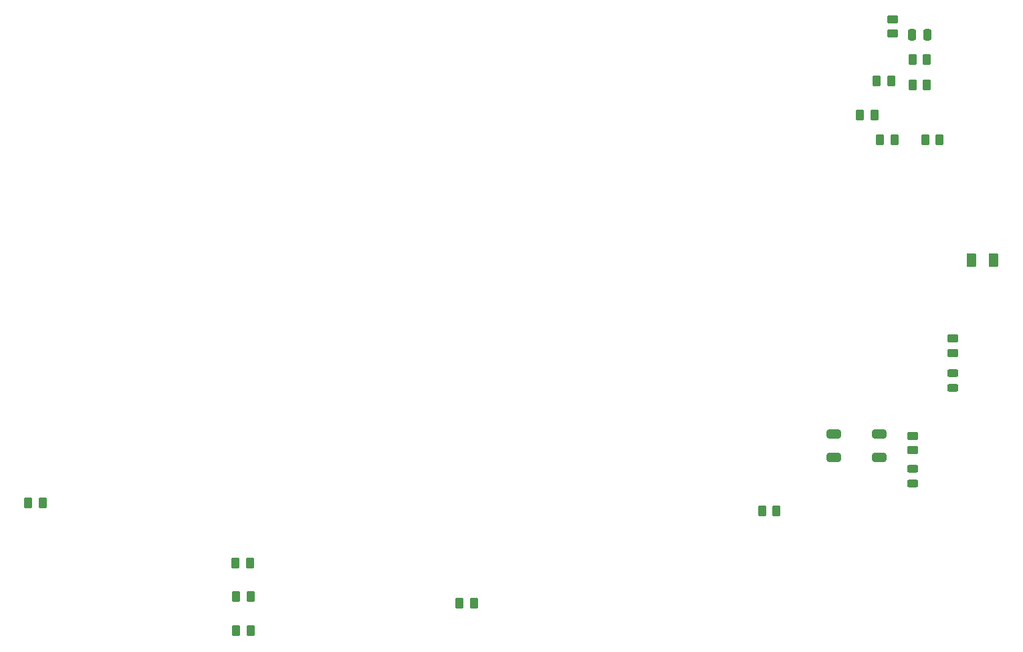
<source format=gtp>
%TF.GenerationSoftware,KiCad,Pcbnew,7.0.7*%
%TF.CreationDate,2024-02-03T16:35:20-08:00*%
%TF.ProjectId,Dyno22,44796e6f-3232-42e6-9b69-6361645f7063,rev?*%
%TF.SameCoordinates,Original*%
%TF.FileFunction,Paste,Top*%
%TF.FilePolarity,Positive*%
%FSLAX46Y46*%
G04 Gerber Fmt 4.6, Leading zero omitted, Abs format (unit mm)*
G04 Created by KiCad (PCBNEW 7.0.7) date 2024-02-03 16:35:20*
%MOMM*%
%LPD*%
G01*
G04 APERTURE LIST*
G04 Aperture macros list*
%AMRoundRect*
0 Rectangle with rounded corners*
0 $1 Rounding radius*
0 $2 $3 $4 $5 $6 $7 $8 $9 X,Y pos of 4 corners*
0 Add a 4 corners polygon primitive as box body*
4,1,4,$2,$3,$4,$5,$6,$7,$8,$9,$2,$3,0*
0 Add four circle primitives for the rounded corners*
1,1,$1+$1,$2,$3*
1,1,$1+$1,$4,$5*
1,1,$1+$1,$6,$7*
1,1,$1+$1,$8,$9*
0 Add four rect primitives between the rounded corners*
20,1,$1+$1,$2,$3,$4,$5,0*
20,1,$1+$1,$4,$5,$6,$7,0*
20,1,$1+$1,$6,$7,$8,$9,0*
20,1,$1+$1,$8,$9,$2,$3,0*%
G04 Aperture macros list end*
%ADD10RoundRect,0.250000X-0.262500X-0.450000X0.262500X-0.450000X0.262500X0.450000X-0.262500X0.450000X0*%
%ADD11RoundRect,0.250000X-0.250000X-0.475000X0.250000X-0.475000X0.250000X0.475000X-0.250000X0.475000X0*%
%ADD12RoundRect,0.250000X0.262500X0.450000X-0.262500X0.450000X-0.262500X-0.450000X0.262500X-0.450000X0*%
%ADD13RoundRect,0.243750X0.456250X-0.243750X0.456250X0.243750X-0.456250X0.243750X-0.456250X-0.243750X0*%
%ADD14RoundRect,0.250000X-0.450000X0.262500X-0.450000X-0.262500X0.450000X-0.262500X0.450000X0.262500X0*%
%ADD15RoundRect,0.250000X0.450000X-0.262500X0.450000X0.262500X-0.450000X0.262500X-0.450000X-0.262500X0*%
%ADD16RoundRect,0.250000X0.375000X0.625000X-0.375000X0.625000X-0.375000X-0.625000X0.375000X-0.625000X0*%
%ADD17RoundRect,0.250000X-0.650000X0.325000X-0.650000X-0.325000X0.650000X-0.325000X0.650000X0.325000X0*%
G04 APERTURE END LIST*
D10*
%TO.C,R4*%
X115015000Y-114300000D03*
X116840000Y-114300000D03*
%TD*%
D11*
%TO.C,C5*%
X200622500Y-43180000D03*
X202522500Y-43180000D03*
%TD*%
D12*
%TO.C,R10*%
X198397500Y-56515000D03*
X196572500Y-56515000D03*
%TD*%
D13*
%TO.C,D2*%
X205740000Y-87932500D03*
X205740000Y-86057500D03*
%TD*%
D10*
%TO.C,R14*%
X196143074Y-49030790D03*
X197968074Y-49030790D03*
%TD*%
D14*
%TO.C,R18*%
X205740000Y-81637500D03*
X205740000Y-83462500D03*
%TD*%
D10*
%TO.C,R2*%
X88717500Y-102450000D03*
X90542500Y-102450000D03*
%TD*%
D12*
%TO.C,R3*%
X145152500Y-115150000D03*
X143327500Y-115150000D03*
%TD*%
%TO.C,R11*%
X204112500Y-56515000D03*
X202287500Y-56515000D03*
%TD*%
D15*
%TO.C,R13*%
X198120000Y-43057377D03*
X198120000Y-41232377D03*
%TD*%
D10*
%TO.C,R6*%
X181610000Y-103505000D03*
X183435000Y-103505000D03*
%TD*%
D16*
%TO.C,F1*%
X210950000Y-71755000D03*
X208150000Y-71755000D03*
%TD*%
D17*
%TO.C,C1*%
X196431190Y-93775000D03*
X196431190Y-96725000D03*
%TD*%
D10*
%TO.C,R16*%
X200660000Y-49530000D03*
X202485000Y-49530000D03*
%TD*%
%TO.C,R1*%
X115048983Y-118677828D03*
X116873983Y-118677828D03*
%TD*%
%TO.C,R17*%
X200660000Y-46355000D03*
X202485000Y-46355000D03*
%TD*%
%TO.C,R5*%
X114956007Y-110064519D03*
X116781007Y-110064519D03*
%TD*%
%TO.C,R9*%
X194032500Y-53340000D03*
X195857500Y-53340000D03*
%TD*%
D13*
%TO.C,D1*%
X200660000Y-99997500D03*
X200660000Y-98122500D03*
%TD*%
D17*
%TO.C,C3*%
X190716190Y-93775000D03*
X190716190Y-96725000D03*
%TD*%
D15*
%TO.C,R7*%
X200660000Y-95805000D03*
X200660000Y-93980000D03*
%TD*%
M02*

</source>
